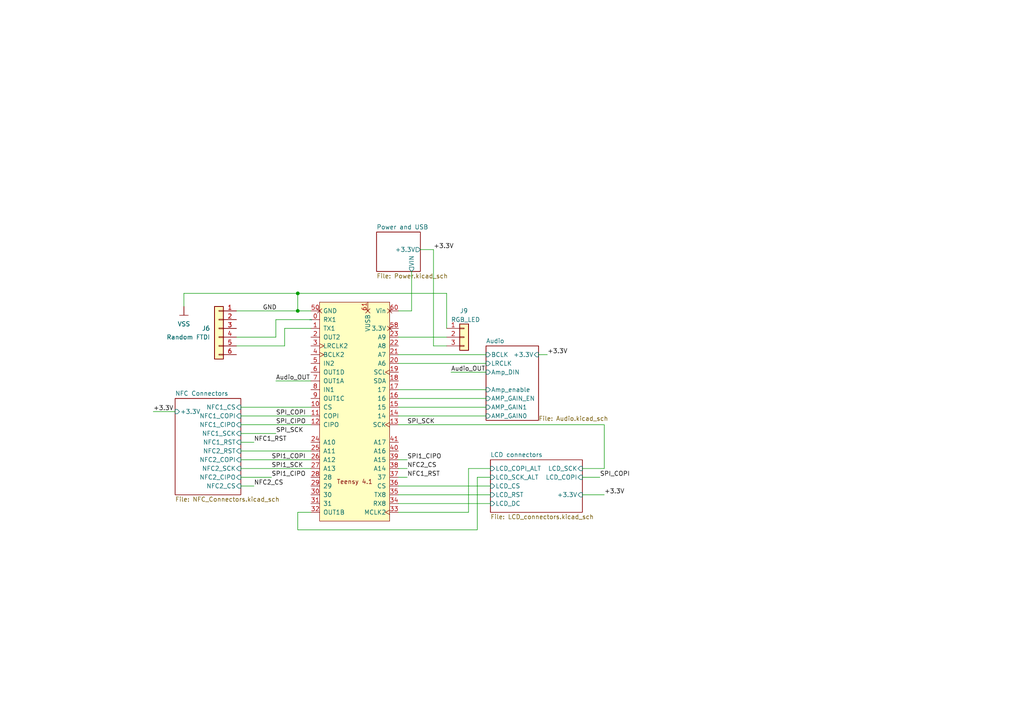
<source format=kicad_sch>
(kicad_sch (version 20230121) (generator eeschema)
  (paper "A4")
  (title_block (title "Projet Barbapapa") (date "2023-06-19") (rev "0.1") (company "Téo-CD"))
  (lib_symbols
    (symbol "00_PowerSymboles:VSS" (power) (pin_numbers hide) (pin_names hide) (in_bom no) (on_board no)
      (property "Value" "VSS" (at 0 -3.81 0))
      (symbol "VSS_0_1"
        (polyline (pts (xy -1.27 -2.54) (xy 1.27 -2.54)))
      )
      (symbol "VSS_1_1"
        (pin power_in line (at 0 0 270) (length 2.54) (name "VSS") (number "VSS"))
      )
    )
    (symbol "Connector_Generic:Conn_01x03" (pin_names (offset 1.016) hide)
      (property "Reference" "J" (at 0 5.08 0))
      (property "Value" "Conn_01x03" (at 0 -5.08 0))
      (symbol "Conn_01x03_1_1"
        (rectangle (start -1.27 -2.413) (end 0 -2.667) (stroke (width 0.1524)))
        (rectangle (start -1.27 0.127) (end 0 -0.127) (stroke (width 0.1524)))
        (rectangle (start -1.27 2.667) (end 0 2.413) (stroke (width 0.1524)))
        (rectangle (start -1.27 3.81) (end 1.27 -3.81) (stroke (width 0.254)) (fill (type background)))
        (pin passive line (at -5.08 2.54 0) (length 3.81) (name "Pin_1") (number "1"))
        (pin passive line (at -5.08 0 0) (length 3.81) (name "Pin_2") (number "2"))
        (pin passive line (at -5.08 -2.54 0) (length 3.81) (name "Pin_3") (number "3"))
      )
    )
    (symbol "Connector_Generic:Conn_01x06" (pin_names (offset 1.016) hide)
      (property "Reference" "J" (at 0 7.62 0))
      (property "Value" "Conn_01x06" (at 0 -10.16 0))
      (symbol "Conn_01x06_1_1"
        (rectangle (start -1.27 -7.493) (end 0 -7.747) (stroke (width 0.1524)))
        (rectangle (start -1.27 -4.953) (end 0 -5.207) (stroke (width 0.1524)))
        (rectangle (start -1.27 -2.413) (end 0 -2.667) (stroke (width 0.1524)))
        (rectangle (start -1.27 0.127) (end 0 -0.127) (stroke (width 0.1524)))
        (rectangle (start -1.27 2.667) (end 0 2.413) (stroke (width 0.1524)))
        (rectangle (start -1.27 5.207) (end 0 4.953) (stroke (width 0.1524)))
        (rectangle (start -1.27 6.35) (end 1.27 -8.89) (stroke (width 0.254)) (fill (type background)))
        (pin passive line (at -5.08 5.08 0) (length 3.81) (name "Pin_1") (number "1"))
        (pin passive line (at -5.08 2.54 0) (length 3.81) (name "Pin_2") (number "2"))
        (pin passive line (at -5.08 0 0) (length 3.81) (name "Pin_3") (number "3"))
        (pin passive line (at -5.08 -2.54 0) (length 3.81) (name "Pin_4") (number "4"))
        (pin passive line (at -5.08 -5.08 0) (length 3.81) (name "Pin_5") (number "5"))
        (pin passive line (at -5.08 -7.62 0) (length 3.81) (name "Pin_6") (number "6"))
      )
    )
    (symbol "Stuff:Teensy_4.1" (pin_names (offset 1)) (in_bom no)
      (symbol "Teensy_4.1_1_0"
        (pin input line (at -12.7 25.4 0) (length 2.54) (name "RX1") (number "0"))
        (pin output line (at -12.7 22.86 0) (length 2.54) (name "TX1") (number "1"))
        (pin output line (at -12.7 0 0) (length 2.54) (name "CS") (number "10"))
        (pin output line (at -12.7 -2.54 0) (length 2.54) (name "COPI") (number "11"))
        (pin input line (at -12.7 -5.08 0) (length 2.54) (name "CIPO") (number "12"))
        (pin output clock (at 12.7 -5.08 180) (length 2.54) (name "SCK") (number "13"))
        (pin input line (at 12.7 -2.54 180) (length 2.54) (name "A0") (number "14") (alternate "14" bidirectional line))
        (pin input line (at 12.7 0 180) (length 2.54) (name "A1") (number "15") (alternate "15" bidirectional line))
        (pin output clock (at 12.7 2.54 180) (length 2.54) (name "SCL1") (number "16") (alternate "16" bidirectional line))
        (pin bidirectional line (at 12.7 5.08 180) (length 2.54) (name "SDA1") (number "17") (alternate "17" bidirectional line))
        (pin bidirectional line (at 12.7 7.62 180) (length 2.54) (name "SDA") (number "18"))
        (pin output clock (at 12.7 10.16 180) (length 2.54) (name "SCL") (number "19"))
        (pin output line (at -12.7 20.32 0) (length 2.54) (name "OUT2") (number "2"))
        (pin input line (at 12.7 12.7 180) (length 2.54) (name "A6") (number "20"))
        (pin input line (at 12.7 15.24 180) (length 2.54) (name "A7") (number "21"))
        (pin input line (at 12.7 17.78 180) (length 2.54) (name "A8") (number "22"))
        (pin input line (at 12.7 20.32 180) (length 2.54) (name "A9") (number "23"))
        (pin input line (at -12.7 -10.16 0) (length 2.54) (name "A10") (number "24"))
        (pin input line (at -12.7 -12.7 0) (length 2.54) (name "A11") (number "25"))
        (pin input line (at -12.7 -15.24 0) (length 2.54) (name "A12") (number "26"))
        (pin input line (at -12.7 -17.78 0) (length 2.54) (name "A13") (number "27"))
        (pin bidirectional line (at -12.7 -20.32 0) (length 2.54) (name "28") (number "28"))
        (pin bidirectional line (at -12.7 -22.86 0) (length 2.54) (name "29") (number "29"))
        (pin output clock (at -12.7 17.78 0) (length 2.54) (name "LRCLK2") (number "3"))
        (pin bidirectional line (at -12.7 -25.4 0) (length 2.54) (name "30") (number "30"))
        (pin bidirectional line (at -12.7 -27.94 0) (length 2.54) (name "31") (number "31"))
        (pin output line (at -12.7 -30.48 0) (length 2.54) (name "OUT1B") (number "32"))
        (pin output clock (at 12.7 -30.48 180) (length 2.54) (name "MCLK2") (number "33"))
        (pin input line (at 12.7 -27.94 180) (length 2.54) (name "RX8") (number "34"))
        (pin output line (at 12.7 -25.4 180) (length 2.54) (name "TX8") (number "35"))
        (pin output line (at 12.7 -22.86 180) (length 2.54) (name "CS") (number "36"))
        (pin output line (at 12.7 -20.32 180) (length 2.54) (name "CS") (number "37") (alternate "37" bidirectional line))
        (pin input line (at 12.7 -17.78 180) (length 2.54) (name "A14") (number "38"))
        (pin input line (at 12.7 -15.24 180) (length 2.54) (name "A15") (number "39"))
        (pin output clock (at -12.7 15.24 0) (length 2.54) (name "BCLK2") (number "4"))
        (pin input line (at 12.7 -12.7 180) (length 2.54) (name "A16") (number "40"))
        (pin input line (at 12.7 -10.16 180) (length 2.54) (name "A17") (number "41"))
        (pin input line (at -12.7 12.7 0) (length 2.54) (name "IN2") (number "5"))
        (pin power_out non_logic (at -12.7 27.94 0) (length 2.54) (name "GND") (number "50"))
        (pin power_out non_logic (at -12.7 -7.62 0) (length 2.54) hide (name "3.3V") (number "51"))
        (pin power_in non_logic (at 12.7 -7.62 180) (length 2.54) hide (name "GND") (number "57"))
        (pin power_out non_logic (at 12.7 22.86 180) (length 2.54) (name "3.3V") (number "58"))
        (pin power_out non_logic (at 12.7 25.4 180) (length 2.54) hide (name "GND") (number "59"))
        (pin output line (at -12.7 10.16 0) (length 2.54) (name "OUT1D") (number "6"))
        (pin power_in non_logic (at 12.7 27.94 180) (length 2.54) (name "Vin") (number "60"))
        (pin power_in non_logic (at 3.81 30.48 270) (length 2.54) (name "VUSB") (number "61"))
        (pin output line (at -12.7 7.62 0) (length 2.54) (name "OUT1A") (number "7"))
        (pin input line (at -12.7 5.08 0) (length 2.54) (name "IN1") (number "8"))
        (pin output line (at -12.7 2.54 0) (length 2.54) (name "OUT1C") (number "9"))
      )
      (symbol "Teensy_4.1_1_1"
        (rectangle (start -10.16 30.48) (end 10.16 -33.02) (fill (type background)))
        (text "Teensy 4.1" (at 0 -21.59 0) (effects (font (size 1.27 1.27))))
      )
    )
  )
  (junction (at 86.36 90.17))
  (junction (at 86.36 85.09))
  (wire (pts (xy 138.43 153.67) (xy 86.36 153.67)))
  (wire (pts (xy 115.57 115.57) (xy 140.97 115.57)))
  (wire (pts (xy 80.01 97.79) (xy 68.58 97.79)))
  (wire (pts (xy 119.38 78.74) (xy 119.38 90.17)))
  (wire (pts (xy 80.01 110.49) (xy 90.17 110.49)))
  (wire (pts (xy 118.11 138.43) (xy 115.57 138.43)))
  (wire (pts (xy 125.73 72.39) (xy 125.73 100.33)))
  (wire (pts (xy 168.91 143.51) (xy 175.26 143.51)))
  (wire (pts (xy 168.91 138.43) (xy 173.99 138.43)))
  (wire (pts (xy 82.55 100.33) (xy 68.58 100.33)))
  (wire (pts (xy 115.57 97.79) (xy 129.54 97.79)))
  (wire (pts (xy 86.36 148.59) (xy 90.17 148.59)))
  (wire (pts (xy 135.89 135.89) (xy 142.24 135.89)))
  (wire (pts (xy 135.89 148.59) (xy 135.89 135.89)))
  (wire (pts (xy 44.45 119.38) (xy 50.8 119.38)))
  (wire (pts (xy 115.57 123.19) (xy 175.26 123.19)))
  (wire (pts (xy 69.85 118.11) (xy 90.17 118.11)))
  (wire (pts (xy 115.57 120.65) (xy 140.97 120.65)))
  (wire (pts (xy 115.57 90.17) (xy 119.38 90.17)))
  (wire (pts (xy 80.01 92.71) (xy 90.17 92.71)))
  (wire (pts (xy 69.85 138.43) (xy 78.74 138.43)))
  (wire (pts (xy 129.54 85.09) (xy 86.36 85.09)))
  (wire (pts (xy 168.91 135.89) (xy 175.26 135.89)))
  (wire (pts (xy 118.11 133.35) (xy 115.57 133.35)))
  (wire (pts (xy 115.57 148.59) (xy 135.89 148.59)))
  (wire (pts (xy 115.57 143.51) (xy 142.24 143.51)))
  (wire (pts (xy 115.57 146.05) (xy 142.24 146.05)))
  (wire (pts (xy 69.85 135.89) (xy 90.17 135.89)))
  (wire (pts (xy 69.85 130.81) (xy 90.17 130.81)))
  (wire (pts (xy 53.34 88.9) (xy 53.34 85.09)))
  (wire (pts (xy 86.36 153.67) (xy 86.36 148.59)))
  (wire (pts (xy 115.57 118.11) (xy 140.97 118.11)))
  (wire (pts (xy 115.57 105.41) (xy 140.97 105.41)))
  (wire (pts (xy 82.55 95.25) (xy 90.17 95.25)))
  (wire (pts (xy 86.36 90.17) (xy 90.17 90.17)))
  (wire (pts (xy 69.85 133.35) (xy 90.17 133.35)))
  (wire (pts (xy 138.43 138.43) (xy 138.43 153.67)))
  (wire (pts (xy 121.92 72.39) (xy 125.73 72.39)))
  (wire (pts (xy 115.57 140.97) (xy 142.24 140.97)))
  (wire (pts (xy 129.54 95.25) (xy 129.54 85.09)))
  (wire (pts (xy 115.57 102.87) (xy 140.97 102.87)))
  (wire (pts (xy 80.01 92.71) (xy 80.01 97.79)))
  (wire (pts (xy 138.43 138.43) (xy 142.24 138.43)))
  (wire (pts (xy 175.26 135.89) (xy 175.26 123.19)))
  (wire (pts (xy 69.85 120.65) (xy 90.17 120.65)))
  (wire (pts (xy 86.36 85.09) (xy 86.36 90.17)))
  (wire (pts (xy 69.85 123.19) (xy 90.17 123.19)))
  (wire (pts (xy 115.57 113.03) (xy 140.97 113.03)))
  (wire (pts (xy 118.11 135.89) (xy 115.57 135.89)))
  (wire (pts (xy 125.73 100.33) (xy 129.54 100.33)))
  (wire (pts (xy 68.58 90.17) (xy 86.36 90.17)))
  (wire (pts (xy 156.21 102.87) (xy 158.75 102.87)))
  (wire (pts (xy 69.85 140.97) (xy 73.66 140.97)))
  (wire (pts (xy 53.34 85.09) (xy 86.36 85.09)))
  (wire (pts (xy 140.97 107.95) (xy 130.81 107.95)))
  (wire (pts (xy 69.85 128.27) (xy 73.66 128.27)))
  (wire (pts (xy 69.85 125.73) (xy 80.01 125.73)))
  (wire (pts (xy 82.55 95.25) (xy 82.55 100.33)))
  (label "+3.3V" (at 125.73 72.39 0))
  (label "SPI_SCK" (at 118.11 123.19 0))
  (label "+3.3V" (at 175.26 143.51 0))
  (label "SPI1_COPI" (at 78.74 133.35 0))
  (label "NFC2_CS" (at 118.11 135.89 0))
  (label "SPI1_SCK" (at 78.74 135.89 0))
  (label "GND" (at 76.2 90.17 0))
  (label "Audio_OUT" (at 130.81 107.95 0))
  (label "Audio_OUT" (at 80.01 110.49 0))
  (label "+3.3V" (at 158.75 102.87 0))
  (label "SPI_COPI" (at 173.99 138.43 0))
  (label "NFC1_RST" (at 73.66 128.27 0))
  (label "SPI_SCK" (at 80.01 125.73 0))
  (label "+3.3V" (at 44.45 119.38 0))
  (label "SPI1_CIPO" (at 78.74 138.43 0))
  (label "SPI_CIPO" (at 80.01 123.19 0))
  (label "NFC1_RST" (at 118.11 138.43 0))
  (label "SPI_COPI" (at 80.01 120.65 0))
  (label "SPI1_CIPO" (at 118.11 133.35 0))
  (label "NFC2_CS" (at 73.66 140.97 0))
  (symbol (lib_id "00_PowerSymboles:VSS") (at 53.34 88.9 0) (unit 1) (in_bom no) (on_board no)
    (property "Reference" "#VSS01" (effects hide))
    (property "Value" "VSS" (at 53.34 93.98 0))
  )
  (symbol (lib_id "Stuff:Teensy_4.1") (at 102.87 118.11 0) (unit 1) (in_bom no)
    (property "Reference" "T4_1" (effects hide))
    (property "Value" "~" (at 90.17 92.71 0))
    (property "Footprint" "Stuff:Teensy 4.1" (effects hide))
    (property "Datasheet" "https://www.pjrc.com/store/teensy41.html#tech" (effects hide))
    (property "Sim.Enable" "0" (effects hide))
    (pin "14" (alternate "14"))
    (pin "15" (alternate "15"))
    (pin "16" (alternate "16"))
    (pin "17" (alternate "17"))
    (pin "37" (alternate "37"))
  )
  (symbol (lib_id "Connector_Generic:Conn_01x06") (at 63.5 95.25 0) (mirror y) (unit 1)
    (property "Reference" "J6" (at 60.96 95.25 0) (effects (justify left)))
    (property "Value" "Random FTDI" (at 60.96 97.79 0) (effects (justify left)))
    (property "Footprint" "Connector_PinHeader_2.54mm:PinHeader_1x06_P2.54mm_Vertical" (effects hide))
  )
  (symbol (lib_id "Connector_Generic:Conn_01x03") (at 134.62 97.79 0) (unit 1)
    (property "Reference" "J9" (at 133.35 90.17 0) (effects (justify left)))
    (property "Value" "RGB_LED" (at 130.81 92.71 0) (effects (justify left)))
    (property "Footprint" "Connector_PinHeader_2.54mm:PinHeader_1x03_P2.54mm_Vertical" (effects hide))
  )
  (sheet (at 109.22 67.31) (size 12.7 11.43) (stroke (width 0.1524))
    (property "Sheetname" "Power and USB" (at 109.22 66.5984 0) (effects (justify left bottom)))
    (property "Sheetfile" "Power.kicad_sch" (at 109.22 79.3246 0) (effects (justify left top)))
    (pin "+3.3V" output (at 121.92 72.39 0))
    (pin "VIN" output (at 119.38 78.74 270))
  )
  (sheet (at 140.97 100.33) (size 15.24 21.59) (stroke (width 0.1524))
    (property "Sheetname" "Audio" (at 140.97 99.6184 0) (effects (justify left bottom)))
    (property "Sheetfile" "Audio.kicad_sch" (at 156.21 120.65 0) (effects (justify left top)))
    (pin "LRCLK" input (at 140.97 105.41 180))
    (pin "Amp_enable" input (at 140.97 113.03 180))
    (pin "BCLK" input (at 140.97 102.87 180))
    (pin "Amp_DIN" input (at 140.97 107.95 180))
    (pin "AMP_GAIN1" input (at 140.97 118.11 180))
    (pin "AMP_GAIN0" input (at 140.97 120.65 180))
    (pin "AMP_GAIN_EN" input (at 140.97 115.57 180))
    (pin "+3.3V" input (at 156.21 102.87 0))
  )
  (sheet (at 50.8 115.57) (size 19.05 27.94) (stroke (width 0.1524))
    (property "Sheetname" "NFC Connectors" (at 50.8 114.8584 0) (effects (justify left bottom)))
    (property "Sheetfile" "NFC_Connectors.kicad_sch" (at 50.8 144.0946 0) (effects (justify left top)))
    (pin "NFC1_CS" input (at 69.85 118.11 0))
    (pin "NFC1_RST" input (at 69.85 128.27 0))
    (pin "NFC1_CIPO" input (at 69.85 123.19 0))
    (pin "+3.3V" input (at 50.8 119.38 180))
    (pin "NFC2_CIPO" input (at 69.85 138.43 0))
    (pin "NFC2_COPI" input (at 69.85 133.35 0))
    (pin "NFC2_SCK" input (at 69.85 135.89 0))
    (pin "NFC2_CS" input (at 69.85 140.97 0))
    (pin "NFC2_RST" input (at 69.85 130.81 0))
    (pin "NFC1_SCK" input (at 69.85 125.73 0))
    (pin "NFC1_COPI" input (at 69.85 120.65 0))
  )
  (sheet (at 142.24 133.35) (size 26.67 15.24) (stroke (width 0.1524))
    (property "Sheetname" "LCD connectors" (at 142.24 132.6384 0) (effects (justify left bottom)))
    (property "Sheetfile" "LCD_connectors.kicad_sch" (at 142.24 149.1746 0) (effects (justify left top)))
    (pin "LCD_RST" input (at 142.24 143.51 180))
    (pin "LCD_DC" input (at 142.24 146.05 180))
    (pin "LCD_CS" input (at 142.24 140.97 180))
    (pin "LCD_COPI" input (at 168.91 138.43 0))
    (pin "LCD_SCK" input (at 168.91 135.89 0))
    (pin "+3.3V" input (at 168.91 143.51 0))
    (pin "LCD_COPI_ALT" input (at 142.24 135.89 180))
    (pin "LCD_SCK_ALT" input (at 142.24 138.43 180))
  )
)
</source>
